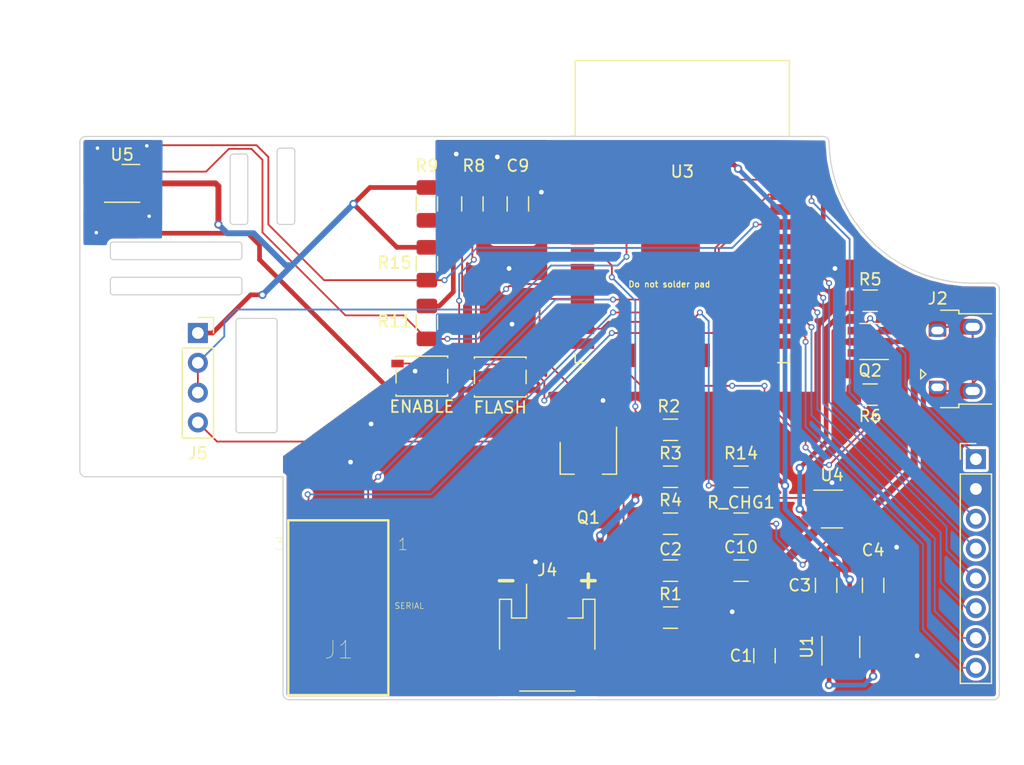
<source format=kicad_pcb>
(kicad_pcb (version 20171130) (host pcbnew "(5.1.6)-1")
  (layers (0 Top signal) (31 Bottom signal) (34 B.Paste user) (35 F.Paste user) (36 B.SilkS user) (37 F.SilkS user) (38 B.Mask user) (39 F.Mask user) (44 Edge.Cuts user))
  (net 0 "")
  (net 1 +BATT)
  (net 2 +3V3)
  (net 3 /RXD)
  (net 4 /TXD)
  (net 5 /eDIN)
  (net 6 /eCLK)
  (net 7 /eCS)
  (net 8 /eDC)
  (net 9 /eRST)
  (net 10 /eBUSY)
  (net 11 /ADC_BATT)
  (net 12 /CHG_STAT)
  (net 13 "Net-(J2-Pad6)")
  (net 14 VBUS)
  (net 15 /RADIO)
  (net 16 GND)
  (net 17 /SCL)
  (net 18 /SDA)
  (net 19 "Net-(R9-Pad1)")
  (net 20 "Net-(R8-Pad1)")
  (net 21 /RADIO_ENABLE)
  (net 22 "Net-(R_CHG1-Pad2)")
  (net 23 "Net-(J5-Pad4)")
  (net 24 GNDA)
  (net 25 "Net-(C2-Pad1)")
  (net 26 "Net-(J3-Pad1)")
  (net 27 "Net-(Q2-Pad3)")
  (net 28 /DISPLAY_ENABLE)
  (module Package_TO_SOT_SMD:TSOT-23-6 (layer Top) (at 177 77 180)
    (fp_text reference Q2 (at 0 -2.45 180) (layer F.SilkS))
    (fp_text value DMC2053UVT)
    (pad 6 smd rect (at 1.31 -0.95 180) (size 1.22 0.65) (layers Top F.Paste F.Mask) (net 27 "Net-(Q2-Pad3)"))
    (pad 5 smd rect (at 1.31 0 180) (size 1.22 0.65) (layers Top F.Paste F.Mask) (net 16 GND))
    (pad 4 smd rect (at 1.31 0.95 180) (size 1.22 0.65) (layers Top F.Paste F.Mask) (net 26 "Net-(J3-Pad1)"))
    (pad 3 smd rect (at -1.31 0.95 180) (size 1.22 0.65) (layers Top F.Paste F.Mask) (net 27 "Net-(Q2-Pad3)"))
    (pad 2 smd rect (at -1.31 0 180) (size 1.22 0.65) (layers Top F.Paste F.Mask) (net 1 +BATT))
    (pad 1 smd rect (at -1.31 -0.95 180) (size 1.22 0.65) (layers Top F.Paste F.Mask) (net 28 /DISPLAY_ENABLE))
  )
  (module RF_Module:ESP32-WROOM-32 (layer Top) (at 161 68.9)
    (fp_text reference U3 (at 0 -6.4 180) (layer F.SilkS))
    (fp_text value ESP32-WROOM-32D)
    (pad 38 smd rect (at 8.5 -8.255) (size 2 0.9) (layers Top F.Paste F.Mask) (net 16 GND))
    (pad 37 smd rect (at 8.5 -6.985) (size 2 0.9) (layers Top F.Paste F.Mask) (net 5 /eDIN))
    (pad 36 smd rect (at 8.5 -5.715) (size 2 0.9) (layers Top F.Paste F.Mask) (net 17 /SCL))
    (pad 35 smd rect (at 8.5 -4.445) (size 2 0.9) (layers Top F.Paste F.Mask) (net 4 /TXD))
    (pad 34 smd rect (at 8.5 -3.175) (size 2 0.9) (layers Top F.Paste F.Mask) (net 3 /RXD))
    (pad 33 smd rect (at 8.5 -1.905) (size 2 0.9) (layers Top F.Paste F.Mask) (net 18 /SDA))
    (pad 32 smd rect (at 8.5 -0.635) (size 2 0.9) (layers Top F.Paste F.Mask))
    (pad 31 smd rect (at 8.5 0.635) (size 2 0.9) (layers Top F.Paste F.Mask))
    (pad 30 smd rect (at 8.5 1.905) (size 2 0.9) (layers Top F.Paste F.Mask) (net 6 /eCLK))
    (pad 29 smd rect (at 8.5 3.175) (size 2 0.9) (layers Top F.Paste F.Mask) (net 7 /eCS))
    (pad 28 smd rect (at 8.5 4.445) (size 2 0.9) (layers Top F.Paste F.Mask) (net 8 /eDC))
    (pad 27 smd rect (at 8.5 5.715) (size 2 0.9) (layers Top F.Paste F.Mask) (net 9 /eRST))
    (pad 26 smd rect (at 8.5 6.985) (size 2 0.9) (layers Top F.Paste F.Mask) (net 10 /eBUSY))
    (pad 25 smd rect (at 8.5 8.255) (size 2 0.9) (layers Top F.Paste F.Mask) (net 19 "Net-(R9-Pad1)"))
    (pad 24 smd rect (at 5.715 9.255 90) (size 2 0.9) (layers Top F.Paste F.Mask))
    (pad 23 smd rect (at 4.445 9.255 90) (size 2 0.9) (layers Top F.Paste F.Mask))
    (pad 22 smd rect (at 3.175 9.255 90) (size 2 0.9) (layers Top F.Paste F.Mask))
    (pad 21 smd rect (at 1.905 9.255 90) (size 2 0.9) (layers Top F.Paste F.Mask))
    (pad 20 smd rect (at 0.635 9.255 90) (size 2 0.9) (layers Top F.Paste F.Mask))
    (pad 19 smd rect (at -0.635 9.255 90) (size 2 0.9) (layers Top F.Paste F.Mask))
    (pad 18 smd rect (at -1.905 9.255 90) (size 2 0.9) (layers Top F.Paste F.Mask))
    (pad 17 smd rect (at -3.175 9.255 90) (size 2 0.9) (layers Top F.Paste F.Mask))
    (pad 16 smd rect (at -4.445 9.255 90) (size 2 0.9) (layers Top F.Paste F.Mask) (net 28 /DISPLAY_ENABLE))
    (pad 15 smd rect (at -5.715 9.255 90) (size 2 0.9) (layers Top F.Paste F.Mask) (net 16 GND))
    (pad 14 smd rect (at -8.5 8.255) (size 2 0.9) (layers Top F.Paste F.Mask))
    (pad 13 smd rect (at -8.5 6.985) (size 2 0.9) (layers Top F.Paste F.Mask) (net 12 /CHG_STAT))
    (pad 12 smd rect (at -8.5 5.715) (size 2 0.9) (layers Top F.Paste F.Mask))
    (pad 11 smd rect (at -8.5 4.445) (size 2 0.9) (layers Top F.Paste F.Mask) (net 21 /RADIO_ENABLE))
    (pad 10 smd rect (at -8.5 3.175) (size 2 0.9) (layers Top F.Paste F.Mask) (net 15 /RADIO))
    (pad 9 smd rect (at -8.5 1.905) (size 2 0.9) (layers Top F.Paste F.Mask))
    (pad 8 smd rect (at -8.5 0.635) (size 2 0.9) (layers Top F.Paste F.Mask) (net 11 /ADC_BATT))
    (pad 7 smd rect (at -8.5 -0.635) (size 2 0.9) (layers Top F.Paste F.Mask))
    (pad 6 smd rect (at -8.5 -1.905) (size 2 0.9) (layers Top F.Paste F.Mask))
    (pad 5 smd rect (at -8.5 -3.175) (size 2 0.9) (layers Top F.Paste F.Mask))
    (pad 4 smd rect (at -8.5 -4.445) (size 2 0.9) (layers Top F.Paste F.Mask))
    (pad 3 smd rect (at -8.5 -5.715) (size 2 0.9) (layers Top F.Paste F.Mask) (net 20 "Net-(R8-Pad1)"))
    (pad 2 smd rect (at -8.5 -6.985) (size 2 0.9) (layers Top F.Paste F.Mask) (net 2 +3V3))
    (pad 1 smd rect (at -8.5 -8.255) (size 2 0.9) (layers Top F.Paste F.Mask) (net 16 GND))
    (pad 39 smd rect (at -1 -0.755) (size 5 5) (layers Top F.Paste F.Mask) (net 16 GND))
  )
  (module Resistor_SMD:R_1206_3216Metric (layer Top) (at 177 81.5 180)
    (fp_text reference R6 (at 0 -1.82 180) (layer F.SilkS))
    (fp_text value 150k)
    (pad 2 smd roundrect (at 1.4 0 180) (size 1.25 1.75) (layers Top F.Paste F.Mask) (roundrect_rratio 0.2) (net 16 GND))
    (pad 1 smd roundrect (at -1.4 0 180) (size 1.25 1.75) (layers Top F.Paste F.Mask) (roundrect_rratio 0.2) (net 28 /DISPLAY_ENABLE))
  )
  (module Resistor_SMD:R_1206_3216Metric (layer Top) (at 177 73.5)
    (fp_text reference R5 (at 0 -1.82) (layer F.SilkS))
    (fp_text value 10k)
    (pad 2 smd roundrect (at 1.4 0) (size 1.25 1.75) (layers Top F.Paste F.Mask) (roundrect_rratio 0.2) (net 27 "Net-(Q2-Pad3)"))
    (pad 1 smd roundrect (at -1.4 0) (size 1.25 1.75) (layers Top F.Paste F.Mask) (roundrect_rratio 0.2) (net 1 +BATT))
  )
  (module Capacitor_SMD:C_1206_3216Metric (layer Top) (at 177.25 97.75 90)
    (fp_text reference C4 (at 3 0 180) (layer F.SilkS))
    (fp_text value 4.7uF)
    (pad 1 smd roundrect (at -1.4 0 90) (size 1.25 1.75) (layers Top F.Paste F.Mask) (roundrect_rratio 0.2) (net 16 GND))
    (pad 2 smd roundrect (at 1.4 0 90) (size 1.25 1.75) (layers Top F.Paste F.Mask) (roundrect_rratio 0.2) (net 14 VBUS))
  )
  (module Package_TO_SOT_SMD:SOT-23-5 (layer Top) (at 174.5 103 90)
    (fp_text reference U1 (at 0 -2.9 90) (layer F.SilkS))
    (fp_text value TLV75533PDBV)
    (pad 1 smd rect (at -1.1 -0.95 90) (size 1.06 0.65) (layers Top F.Paste F.Mask) (net 1 +BATT))
    (pad 2 smd rect (at -1.1 0 90) (size 1.06 0.65) (layers Top F.Paste F.Mask) (net 16 GND))
    (pad 3 smd rect (at -1.1 0.95 90) (size 1.06 0.65) (layers Top F.Paste F.Mask) (net 1 +BATT))
    (pad 4 smd rect (at 1.1 0.95 90) (size 1.06 0.65) (layers Top F.Paste F.Mask))
    (pad 5 smd rect (at 1.1 -0.95 90) (size 1.06 0.65) (layers Top F.Paste F.Mask) (net 2 +3V3))
  )
  (module !Custom:SAMTEC-TSM-103-01-X-SH (layer Top) (at 131.71 99.533 180)
    (fp_text reference J1 (at -0.04 -3.717 180) (layer F.SilkS) (effects (font (size 1.5 1.5) (thickness 0.05))))
    (fp_text value SERIAL (at -6.04 0.033 180) (layer F.SilkS) (effects (font (size 0.5 0.5) (thickness 0.05))))
    (fp_text user 3 (at 5 5.3 180) (layer F.SilkS) (effects (font (thickness 0.05))))
    (fp_text user 1 (at -5.496 5.283 180) (layer F.SilkS) (effects (font (thickness 0.05))))
    (pad 3 smd rect (at 2.54 5.283 180) (size 1.27 3.18) (layers Top F.Paste F.Mask) (net 3 /RXD))
    (pad 2 smd rect (at 0 5.283 180) (size 1.27 3.18) (layers Top F.Paste F.Mask) (net 16 GND))
    (pad 1 smd rect (at -2.54 5.283 180) (size 1.27 3.18) (layers Top F.Paste F.Mask) (net 4 /TXD))
  )
  (module Capacitor_SMD:C_1206_3216Metric (layer Top) (at 173.25 97.75 90)
    (fp_text reference C3 (at 0 -2.25 180) (layer F.SilkS))
    (fp_text value 1uF)
    (pad 2 smd roundrect (at 1.4 0 90) (size 1.25 1.75) (layers Top F.Paste F.Mask) (roundrect_rratio 0.2) (net 16 GND))
    (pad 1 smd roundrect (at -1.4 0 90) (size 1.25 1.75) (layers Top F.Paste F.Mask) (roundrect_rratio 0.2) (net 2 +3V3))
  )
  (module Connector_PinSocket_2.54mm:PinSocket_1x04_P2.54mm_Vertical (layer Top) (at 119.75 76.25)
    (fp_text reference J5 (at 0 10.25) (layer F.SilkS))
    (fp_text value RECEIVER)
    (pad 1 thru_hole rect (at 0 0) (size 1.7 1.7) (drill 1) (layers *.Cu *.Mask) (net 2 +3V3))
    (pad 2 thru_hole oval (at 0 2.54) (size 1.7 1.7) (drill 1) (layers *.Cu *.Mask) (net 15 /RADIO))
    (pad 3 thru_hole oval (at 0 5.08) (size 1.7 1.7) (drill 1) (layers *.Cu *.Mask) (net 15 /RADIO))
    (pad 4 thru_hole oval (at 0 7.62) (size 1.7 1.7) (drill 1) (layers *.Cu *.Mask) (net 23 "Net-(J5-Pad4)"))
  )
  (module Package_TO_SOT_SMD:SOT-89-3_Handsoldering (layer Top) (at 153 86.5 270)
    (fp_text reference Q1 (at 5.48 0) (layer F.SilkS))
    (fp_text value ZXMN3A01Z)
    (pad 1 smd rect (at -1.98 -1.5 180) (size 1 2.5) (layers Top F.Paste F.Mask) (net 21 /RADIO_ENABLE))
    (pad 2 smd rect (at -1.98 0 180) (size 1 2.5) (layers Top F.Paste F.Mask) (net 23 "Net-(J5-Pad4)"))
    (pad 3 smd rect (at -1.98 1.5 180) (size 1 2.5) (layers Top F.Paste F.Mask) (net 16 GND))
    (pad 2 smd rect (at 1.98 0 180) (size 2 4) (layers Top F.Paste F.Mask) (net 23 "Net-(J5-Pad4)"))
    (pad 2 smd trapezoid (at -0.37 0) (size 1.5 0.75) (rect_delta 0 0.5) (layers Top F.Paste F.Mask) (net 23 "Net-(J5-Pad4)"))
  )
  (module Resistor_SMD:R_1206_3216Metric (layer Top) (at 166 92.5)
    (fp_text reference R_CHG1 (at 0 -1.82) (layer F.SilkS))
    (fp_text value 2k2)
    (pad 1 smd roundrect (at -1.4 0) (size 1.25 1.75) (layers Top F.Paste F.Mask) (roundrect_rratio 0.2) (net 16 GND))
    (pad 2 smd roundrect (at 1.4 0) (size 1.25 1.75) (layers Top F.Paste F.Mask) (roundrect_rratio 0.2) (net 22 "Net-(R_CHG1-Pad2)"))
  )
  (module Connector_PinHeader_2.54mm:PinHeader_1x08_P2.54mm_Vertical (layer Top) (at 186 87)
    (fp_text reference J3 hide)
    (fp_text value CASTELLATION)
    (pad 1 thru_hole rect (at 0 0) (size 1.7 1.7) (drill 1) (layers *.Cu *.Mask) (net 26 "Net-(J3-Pad1)"))
    (pad 2 thru_hole oval (at 0 2.54) (size 1.7 1.7) (drill 1) (layers *.Cu *.Mask) (net 16 GND))
    (pad 3 thru_hole oval (at 0 5.08) (size 1.7 1.7) (drill 1) (layers *.Cu *.Mask) (net 5 /eDIN))
    (pad 4 thru_hole oval (at 0 7.62) (size 1.7 1.7) (drill 1) (layers *.Cu *.Mask) (net 6 /eCLK))
    (pad 5 thru_hole oval (at 0 10.16) (size 1.7 1.7) (drill 1) (layers *.Cu *.Mask) (net 7 /eCS))
    (pad 6 thru_hole oval (at 0 12.7) (size 1.7 1.7) (drill 1) (layers *.Cu *.Mask) (net 8 /eDC))
    (pad 7 thru_hole oval (at 0 15.24) (size 1.7 1.7) (drill 1) (layers *.Cu *.Mask) (net 9 /eRST))
    (pad 8 thru_hole oval (at 0 17.78) (size 1.7 1.7) (drill 1) (layers *.Cu *.Mask) (net 10 /eBUSY))
  )
  (module Capacitor_SMD:C_1206_3216Metric (layer Top) (at 168 103.75 270)
    (fp_text reference C1 (at 0 2) (layer F.SilkS))
    (fp_text value 1uF)
    (pad 2 smd roundrect (at 1.4 0 270) (size 1.25 1.75) (layers Top F.Paste F.Mask) (roundrect_rratio 0.2) (net 1 +BATT))
    (pad 1 smd roundrect (at -1.4 0 270) (size 1.25 1.75) (layers Top F.Paste F.Mask) (roundrect_rratio 0.2) (net 16 GND))
  )
  (module Capacitor_SMD:C_1206_3216Metric (layer Top) (at 160 96.5)
    (fp_text reference C2 (at 0 -1.82) (layer F.SilkS))
    (fp_text value 0.1uF)
    (pad 1 smd roundrect (at -1.4 0) (size 1.25 1.75) (layers Top F.Paste F.Mask) (roundrect_rratio 0.2) (net 25 "Net-(C2-Pad1)"))
    (pad 2 smd roundrect (at 1.4 0) (size 1.25 1.75) (layers Top F.Paste F.Mask) (roundrect_rratio 0.2) (net 16 GND))
  )
  (module Capacitor_SMD:C_1206_3216Metric (layer Top) (at 147 65.25 90)
    (fp_text reference C9 (at 3.25 0 180) (layer F.SilkS))
    (fp_text value 10uF)
    (pad 1 smd roundrect (at -1.4 0 90) (size 1.25 1.75) (layers Top F.Paste F.Mask) (roundrect_rratio 0.2) (net 16 GND))
    (pad 2 smd roundrect (at 1.4 0 90) (size 1.25 1.75) (layers Top F.Paste F.Mask) (roundrect_rratio 0.2) (net 2 +3V3))
  )
  (module Capacitor_SMD:C_1206_3216Metric (layer Top) (at 166 96.5)
    (fp_text reference C10 (at 0 -2 180) (layer F.SilkS))
    (fp_text value 4.7uF)
    (pad 1 smd roundrect (at -1.4 0) (size 1.25 1.75) (layers Top F.Paste F.Mask) (roundrect_rratio 0.2) (net 16 GND))
    (pad 2 smd roundrect (at 1.4 0) (size 1.25 1.75) (layers Top F.Paste F.Mask) (roundrect_rratio 0.2) (net 1 +BATT))
  )
  (module Resistor_SMD:R_1206_3216Metric (layer Top) (at 160 100.5)
    (fp_text reference R1 (at 0 -2 -180) (layer F.SilkS))
    (fp_text value 150k)
    (pad 2 smd roundrect (at 1.4 0) (size 1.25 1.75) (layers Top F.Paste F.Mask) (roundrect_rratio 0.2) (net 16 GND))
    (pad 1 smd roundrect (at -1.4 0) (size 1.25 1.75) (layers Top F.Paste F.Mask) (roundrect_rratio 0.2) (net 21 /RADIO_ENABLE))
  )
  (module Resistor_SMD:R_1206_3216Metric (layer Top) (at 160 84.5 180)
    (fp_text reference R2 (at 0.15 2) (layer F.SilkS))
    (fp_text value 10k)
    (pad 1 smd roundrect (at -1.4 0 180) (size 1.25 1.75) (layers Top F.Paste F.Mask) (roundrect_rratio 0.2) (net 25 "Net-(C2-Pad1)"))
    (pad 2 smd roundrect (at 1.4 0 180) (size 1.25 1.75) (layers Top F.Paste F.Mask) (roundrect_rratio 0.2) (net 11 /ADC_BATT))
  )
  (module Resistor_SMD:R_1206_3216Metric (layer Top) (at 160 88.5 180)
    (fp_text reference R3 (at 0 2 180) (layer F.SilkS))
    (fp_text value 470k)
    (pad 1 smd roundrect (at -1.4 0 180) (size 1.25 1.75) (layers Top F.Paste F.Mask) (roundrect_rratio 0.2) (net 25 "Net-(C2-Pad1)"))
    (pad 2 smd roundrect (at 1.4 0 180) (size 1.25 1.75) (layers Top F.Paste F.Mask) (roundrect_rratio 0.2) (net 1 +BATT))
  )
  (module Resistor_SMD:R_1206_3216Metric (layer Top) (at 160 92.5)
    (fp_text reference R4 (at 0 -2) (layer F.SilkS))
    (fp_text value 150k)
    (pad 2 smd roundrect (at 1.4 0) (size 1.25 1.75) (layers Top F.Paste F.Mask) (roundrect_rratio 0.2) (net 16 GND))
    (pad 1 smd roundrect (at -1.4 0) (size 1.25 1.75) (layers Top F.Paste F.Mask) (roundrect_rratio 0.2) (net 25 "Net-(C2-Pad1)"))
  )
  (module Resistor_SMD:R_1206_3216Metric (layer Top) (at 143.125 65.25 90)
    (fp_text reference R8 (at 3.25 0.125 180) (layer F.SilkS))
    (fp_text value 100k)
    (pad 2 smd roundrect (at 1.4 0 90) (size 1.25 1.75) (layers Top F.Paste F.Mask) (roundrect_rratio 0.2) (net 2 +3V3))
    (pad 1 smd roundrect (at -1.4 0 90) (size 1.25 1.75) (layers Top F.Paste F.Mask) (roundrect_rratio 0.2) (net 20 "Net-(R8-Pad1)"))
  )
  (module Resistor_SMD:R_1206_3216Metric (layer Top) (at 139.25 65.25 90)
    (fp_text reference R9 (at 3.25 0 180) (layer F.SilkS))
    (fp_text value 100k)
    (pad 2 smd roundrect (at 1.4 0 90) (size 1.25 1.75) (layers Top F.Paste F.Mask) (roundrect_rratio 0.2) (net 2 +3V3))
    (pad 1 smd roundrect (at -1.4 0 90) (size 1.25 1.75) (layers Top F.Paste F.Mask) (roundrect_rratio 0.2) (net 19 "Net-(R9-Pad1)"))
  )
  (module Resistor_SMD:R_1206_3216Metric (layer Top) (at 166 88.5)
    (fp_text reference R14 (at 0 -2) (layer F.SilkS))
    (fp_text value 150k)
    (pad 2 smd roundrect (at 1.4 0) (size 1.25 1.75) (layers Top F.Paste F.Mask) (roundrect_rratio 0.2) (net 2 +3V3))
    (pad 1 smd roundrect (at -1.4 0) (size 1.25 1.75) (layers Top F.Paste F.Mask) (roundrect_rratio 0.2) (net 12 /CHG_STAT))
  )
  (module Package_TO_SOT_SMD:SOT-23-5 (layer Top) (at 173.75 91.25)
    (fp_text reference U4 (at 0 -2.9) (layer F.SilkS))
    (fp_text value MCP73831-2-OT)
    (pad 1 smd rect (at -1.1 -0.95) (size 1.06 0.65) (layers Top F.Paste F.Mask) (net 12 /CHG_STAT))
    (pad 2 smd rect (at -1.1 0) (size 1.06 0.65) (layers Top F.Paste F.Mask) (net 16 GND))
    (pad 3 smd rect (at -1.1 0.95) (size 1.06 0.65) (layers Top F.Paste F.Mask) (net 1 +BATT))
    (pad 4 smd rect (at 1.1 0.95) (size 1.06 0.65) (layers Top F.Paste F.Mask) (net 14 VBUS))
    (pad 5 smd rect (at 1.1 -0.95) (size 1.06 0.65) (layers Top F.Paste F.Mask) (net 22 "Net-(R_CHG1-Pad2)"))
  )
  (module Connector_USB:USB_Micro-B_Amphenol_10103594-0001LF_Horizontal (layer Top) (at 184.615 78.435 90)
    (fp_text reference J2 (at 5.125 -1.865 180) (layer F.SilkS))
    (fp_text value USB_B_Micro)
    (pad 6 smd rect (at 0.935 1.385 180) (size 2.5 1.43) (layers Top F.Paste F.Mask) (net 13 "Net-(J2-Pad6)"))
    (pad 6 smd rect (at -0.985 1.385 180) (size 2.5 1.43) (layers Top F.Paste F.Mask) (net 13 "Net-(J2-Pad6)"))
    (pad 6 thru_hole oval (at 2.705 1.115 180) (size 1.7 1.35) (drill oval 1.2 0.7) (layers *.Cu *.Mask) (net 13 "Net-(J2-Pad6)"))
    (pad 6 thru_hole oval (at -2.755 1.115 180) (size 1.7 1.35) (drill oval 1.2 0.7) (layers *.Cu *.Mask) (net 13 "Net-(J2-Pad6)"))
    (pad 6 thru_hole oval (at 2.395 -1.885 180) (size 1.5 1.1) (drill oval 1.05 0.65) (layers *.Cu *.Mask) (net 13 "Net-(J2-Pad6)"))
    (pad 6 thru_hole oval (at -2.445 -1.885 180) (size 1.5 1.1) (drill oval 1.05 0.65) (layers *.Cu *.Mask) (net 13 "Net-(J2-Pad6)"))
    (pad 5 smd rect (at 1.275 -1.765 180) (size 1.65 0.4) (layers Top F.Paste F.Mask) (net 16 GND))
    (pad 4 smd rect (at 0.625 -1.765 180) (size 1.65 0.4) (layers Top F.Paste F.Mask))
    (pad 3 smd rect (at -0.025 -1.765 180) (size 1.65 0.4) (layers Top F.Paste F.Mask))
    (pad 2 smd rect (at -0.675 -1.765 180) (size 1.65 0.4) (layers Top F.Paste F.Mask))
    (pad 1 smd rect (at -1.325 -1.765 180) (size 1.65 0.4) (layers Top F.Paste F.Mask) (net 14 VBUS))
    (pad 6 smd rect (at 2.875 -1.885 90) (size 2 1.5) (layers Top F.Paste F.Mask) (net 13 "Net-(J2-Pad6)"))
    (pad 6 smd rect (at -2.875 -1.865 90) (size 2 1.5) (layers Top F.Paste F.Mask) (net 13 "Net-(J2-Pad6)"))
    (pad 6 smd rect (at 2.975 -0.565 90) (size 1.825 0.7) (layers Top F.Paste F.Mask) (net 13 "Net-(J2-Pad6)"))
    (pad 6 smd rect (at -2.975 -0.565 90) (size 1.825 0.7) (layers Top F.Paste F.Mask) (net 13 "Net-(J2-Pad6)"))
    (pad 6 smd rect (at -2.755 0.185 90) (size 1.35 2) (layers Top F.Paste F.Mask) (net 13 "Net-(J2-Pad6)"))
    (pad 6 smd rect (at 2.725 0.185 90) (size 1.35 2) (layers Top F.Paste F.Mask) (net 13 "Net-(J2-Pad6)"))
  )
  (module Button_Switch_SMD:SW_SPST_PTS810 (layer Top) (at 138.825 79.925)
    (fp_text reference SW1 hide)
    (fp_text value ENABLE (at 0 2.6) (layer F.SilkS))
    (pad 1 smd rect (at -2.075 -1.075) (size 1.05 0.65) (layers Top F.Paste F.Mask) (net 20 "Net-(R8-Pad1)"))
    (pad 1 smd rect (at 2.075 -1.075) (size 1.05 0.65) (layers Top F.Paste F.Mask) (net 20 "Net-(R8-Pad1)"))
    (pad 2 smd rect (at -2.075 1.075) (size 1.05 0.65) (layers Top F.Paste F.Mask) (net 16 GND))
    (pad 2 smd rect (at 2.075 1.075) (size 1.05 0.65) (layers Top F.Paste F.Mask) (net 16 GND))
  )
  (module Button_Switch_SMD:SW_SPST_PTS810 (layer Top) (at 145.5 80)
    (fp_text reference SW2 hide)
    (fp_text value FLASH (at 0 2.6) (layer F.SilkS))
    (pad 2 smd rect (at 2.075 1.075) (size 1.05 0.65) (layers Top F.Paste F.Mask) (net 16 GND))
    (pad 2 smd rect (at -2.075 1.075) (size 1.05 0.65) (layers Top F.Paste F.Mask) (net 16 GND))
    (pad 1 smd rect (at 2.075 -1.075) (size 1.05 0.65) (layers Top F.Paste F.Mask) (net 19 "Net-(R9-Pad1)"))
    (pad 1 smd rect (at -2.075 -1.075) (size 1.05 0.65) (layers Top F.Paste F.Mask) (net 19 "Net-(R9-Pad1)"))
  )
  (module Package_DFN_QFN:DFN-6-1EP_3x3mm_P1mm_EP1.5x2.4mm (layer Top) (at 113.3 63.5)
    (fp_text reference U5 (at 0 -2.45) (layer F.SilkS))
    (fp_text value Si7021-A20)
    (pad 6 smd roundrect (at 1.45 -1) (size 0.8 0.4) (layers Top F.Paste F.Mask) (net 17 /SCL))
    (pad 5 smd roundrect (at 1.45 0) (size 0.8 0.4) (layers Top F.Paste F.Mask) (net 2 +3V3))
    (pad 4 smd roundrect (at 1.45 1) (size 0.8 0.4) (layers Top F.Paste F.Mask))
    (pad 3 smd roundrect (at -1.45 1) (size 0.8 0.4) (layers Top F.Paste F.Mask))
    (pad 2 smd roundrect (at -1.45 0) (size 0.8 0.4) (layers Top F.Paste F.Mask) (net 16 GND))
    (pad 1 smd roundrect (at -1.45 -1) (size 0.8 0.4) (layers Top F.Paste F.Mask) (net 18 /SDA))
    (pad 7 smd roundrect (at 0 0) (size 1.5 2.4) (layers Top F.Mask) (roundrect_rratio 0.167) (net 24 GNDA))
  )
  (module Resistor_SMD:R_1206_3216Metric (layer Top) (at 139.25 75.35 270)
    (fp_text reference R11 (at -0.1 2.75) (layer F.SilkS))
    (fp_text value 10k)
    (pad 2 smd roundrect (at 1.4 0 270) (size 1.25 1.75) (layers Top F.Paste F.Mask) (roundrect_rratio 0.2) (net 17 /SCL))
    (pad 1 smd roundrect (at -1.4 0 270) (size 1.25 1.75) (layers Top F.Paste F.Mask) (roundrect_rratio 0.2) (net 2 +3V3))
  )
  (module Resistor_SMD:R_1206_3216Metric (layer Top) (at 139.25 70.35 270)
    (fp_text reference R15 (at -0.1 2.75) (layer F.SilkS))
    (fp_text value 10k)
    (pad 1 smd roundrect (at -1.4 0 270) (size 1.25 1.75) (layers Top F.Paste F.Mask) (roundrect_rratio 0.2) (net 2 +3V3))
    (pad 2 smd roundrect (at 1.4 0 270) (size 1.25 1.75) (layers Top F.Paste F.Mask) (roundrect_rratio 0.2) (net 18 /SDA))
  )
  (module Connector_JST:JST_PH_S2B-PH-SM4-TB_1x02-1MP_P2.00mm_Horizontal (layer Top) (at 149.5 102.25)
    (fp_text reference J4 (at 0 -5.8) (layer F.SilkS))
    (fp_text value 1S_BATTERY)
    (pad MP smd roundrect (at 3.35 2.9) (size 1.5 3.4) (layers Top F.Paste F.Mask) (roundrect_rratio 0.166667))
    (pad MP smd roundrect (at -3.35 2.9) (size 1.5 3.4) (layers Top F.Paste F.Mask) (roundrect_rratio 0.166667))
    (pad 2 smd roundrect (at 1 -2.85) (size 1 3.5) (layers Top F.Paste F.Mask) (net 1 +BATT))
    (pad 1 smd roundrect (at -1 -2.85) (size 1 3.5) (layers Top F.Paste F.Mask) (net 16 GND))
  )
  (gr_arc (start 126.25 84.5) (end 126.25 84.75) (angle -90) (layer Edge.Cuts) (width 0.1))
  (gr_arc (start 123.25 84.5) (end 123 84.5) (angle -90) (layer Edge.Cuts) (width 0.1))
  (gr_line (start 123.25 84.75) (end 126.25 84.75) (layer Edge.Cuts) (width 0.1))
  (gr_arc (start 123.25 75.25) (end 123.25 75) (angle -90) (layer Edge.Cuts) (width 0.1))
  (gr_line (start 126.5 84.5) (end 126.5 75.25) (layer Edge.Cuts) (width 0.1))
  (gr_line (start 123 75.25) (end 123 84.5) (layer Edge.Cuts) (width 0.1))
  (gr_arc (start 126.25 75.25) (end 126.5 75.25) (angle -90) (layer Edge.Cuts) (width 0.1))
  (gr_line (start 126.25 75) (end 123.25 75) (layer Edge.Cuts) (width 0.1))
  (gr_arc (start 123.25 69.75) (end 123.25 70) (angle -90) (layer Edge.Cuts) (width 0.1))
  (gr_arc (start 123.25 72.75) (end 123.25 73) (angle -90) (layer Edge.Cuts) (width 0.1))
  (gr_arc (start 112.55 72.75) (end 112.3 72.75) (angle -90) (layer Edge.Cuts) (width 0.1))
  (gr_arc (start 112.55 69.75) (end 112.3 69.75) (angle -90) (layer Edge.Cuts) (width 0.1))
  (gr_arc (start 112.55 68.75) (end 112.55 68.5) (angle -90) (layer Edge.Cuts) (width 0.1))
  (gr_arc (start 112.55 71.75) (end 112.55 71.5) (angle -90) (layer Edge.Cuts) (width 0.1))
  (gr_arc (start 123.25 71.75) (end 123.5 71.75) (angle -90) (layer Edge.Cuts) (width 0.1))
  (gr_arc (start 123.25 68.75) (end 123.5 68.75) (angle -90) (layer Edge.Cuts) (width 0.1))
  (gr_arc (start 126.75 60.75) (end 126.75 60.5) (angle -90) (layer Edge.Cuts) (width 0.1))
  (gr_arc (start 126.75 66.75) (end 126.5 66.75) (angle -90) (layer Edge.Cuts) (width 0.1))
  (gr_arc (start 127.75 66.75) (end 127.75 67) (angle -90) (layer Edge.Cuts) (width 0.1))
  (gr_arc (start 123.75 66.75) (end 123.75 67) (angle -90) (layer Edge.Cuts) (width 0.1))
  (gr_arc (start 122.75 66.75) (end 122.5 66.75) (angle -90) (layer Edge.Cuts) (width 0.1))
  (gr_arc (start 122.75 61.25) (end 122.75 61) (angle -90) (layer Edge.Cuts) (width 0.1))
  (gr_arc (start 123.75 61.25) (end 124 61.25) (angle -90) (layer Edge.Cuts) (width 0.1))
  (gr_arc (start 127.75 60.75) (end 128 60.75) (angle -90) (layer Edge.Cuts) (width 0.1))
  (gr_arc (start 173 60) (end 173.5 60) (angle -90) (layer Edge.Cuts) (width 0.1))
  (gr_arc (start 187.5 72.5) (end 188 72.5) (angle -90) (layer Edge.Cuts) (width 0.1))
  (gr_arc (start 187.5 107) (end 187.5 107.5) (angle -90) (layer Edge.Cuts) (width 0.1))
  (gr_arc (start 127.5 107) (end 127 107) (angle -90) (layer Edge.Cuts) (width 0.1))
  (gr_arc (start 110.2 60) (end 110.2 59.5) (angle -90) (layer Edge.Cuts) (width 0.1))
  (gr_arc (start 110.2 88) (end 109.7 88) (angle -90) (layer Edge.Cuts) (width 0.1))
  (gr_line (start 112.3 71.75) (end 112.3 72.75) (layer Edge.Cuts) (width 0.1))
  (gr_line (start 112.55 73) (end 123.25 73) (layer Edge.Cuts) (width 0.1))
  (gr_line (start 123.25 71.5) (end 112.55 71.5) (layer Edge.Cuts) (width 0.1))
  (gr_line (start 123.5 72.75) (end 123.5 71.75) (layer Edge.Cuts) (width 0.1))
  (gr_line (start 126.75 67) (end 127.75 67) (layer Edge.Cuts) (width 0.1))
  (gr_line (start 126.5 60.75) (end 126.5 66.75) (layer Edge.Cuts) (width 0.1))
  (gr_line (start 127.75 60.5) (end 126.75 60.5) (layer Edge.Cuts) (width 0.1))
  (gr_line (start 128 66.75) (end 128 60.75) (layer Edge.Cuts) (width 0.1))
  (gr_line (start 123.75 61) (end 122.75 61) (layer Edge.Cuts) (width 0.1))
  (gr_line (start 124 66.75) (end 124 61.25) (layer Edge.Cuts) (width 0.1))
  (gr_line (start 122.75 67) (end 123.75 67) (layer Edge.Cuts) (width 0.1))
  (gr_line (start 122.5 61.25) (end 122.5 66.75) (layer Edge.Cuts) (width 0.1))
  (gr_line (start 123.25 68.5) (end 112.55 68.5) (layer Edge.Cuts) (width 0.1))
  (gr_line (start 123.5 69.75) (end 123.5 68.75) (layer Edge.Cuts) (width 0.1))
  (gr_line (start 112.55 70) (end 123.25 70) (layer Edge.Cuts) (width 0.1))
  (gr_line (start 112.3 68.75) (end 112.3 69.75) (layer Edge.Cuts) (width 0.1))
  (gr_text - (at 146 97.25) (layer F.SilkS) (effects (font (size 1.5 1.5) (thickness 0.3))))
  (gr_text + (at 153 97.25) (layer F.SilkS) (effects (font (size 1.5 1.5) (thickness 0.3))))
  (gr_text "Do not solder pad" (at 159.9 72.1) (layer F.SilkS) (effects (font (size 0.5 0.5) (thickness 0.1))))
  (gr_line (start 186.306359 71.989913) (end 187.5 72) (layer Edge.Cuts) (width 0.1))
  (gr_line (start 127 107) (end 127 88.5) (layer Edge.Cuts) (width 0.1))
  (gr_line (start 187.5 107.5) (end 127.5 107.5) (layer Edge.Cuts) (width 0.1))
  (gr_line (start 110.2 88.5) (end 127 88.5) (layer Edge.Cuts) (width 0.1))
  (gr_line (start 109.7 60) (end 109.7 88) (layer Edge.Cuts) (width 0.1))
  (gr_line (start 173 59.5) (end 110.2 59.5) (layer Edge.Cuts) (width 0.1))
  (gr_arc (start 185.75 59.75) (end 173.5 60) (angle -91.43341969) (layer Edge.Cuts) (width 0.1))
  (gr_line (start 188 107) (end 188 72.5) (layer Edge.Cuts) (width 0.1))
  (via (at 173.5 106.25) (size 0.7) (drill 0.4) (layers Top Bottom) (net 1))
  (segment (start 173.5 104.15) (end 173.55 104.1) (width 0.4) (layer Top) (net 1))
  (segment (start 173.5 106.25) (end 173.5 104.15) (width 0.4) (layer Top) (net 1))
  (segment (start 173.55 104.1) (end 172.975 104.1) (width 0.4) (layer Top) (net 1))
  (segment (start 172.295 104.78) (end 170.72 104.78) (width 0.4) (layer Top) (net 1))
  (segment (start 172.975 104.1) (end 172.295 104.78) (width 0.4) (layer Top) (net 1))
  (segment (start 169.4 96.5) (end 167.4 96.5) (width 0.8) (layer Top) (net 1))
  (segment (start 171 104.5) (end 170.72 104.78) (width 0.8) (layer Top) (net 1))
  (segment (start 171 98.1) (end 171 104.5) (width 0.8) (layer Top) (net 1))
  (segment (start 169.4 96.5) (end 171 98.1) (width 0.8) (layer Top) (net 1))
  (via (at 157 90.5) (size 0.7) (drill 0.4) (layers Top Bottom) (net 1))
  (segment (start 157 90.5) (end 154 93.5) (width 0.6) (layer Bottom) (net 1))
  (via (at 154 93.5) (size 0.7) (drill 0.4) (layers Top Bottom) (net 1))
  (segment (start 157 90.1) (end 157 90.5) (width 0.6) (layer Top) (net 1))
  (segment (start 158.6 88.5) (end 157 90.1) (width 0.6) (layer Top) (net 1))
  (segment (start 154.9 99.4) (end 155.5 100) (width 0.8) (layer Top) (net 1))
  (segment (start 150.5 99.4) (end 154.9 99.4) (width 0.8) (layer Top) (net 1))
  (segment (start 159.65 105.15) (end 168 105.15) (width 0.8) (layer Top) (net 1))
  (segment (start 155.5 101) (end 159.65 105.15) (width 0.8) (layer Top) (net 1))
  (segment (start 155.5 100) (end 155.5 101) (width 0.8) (layer Top) (net 1))
  (segment (start 176.29571 72.80429) (end 176.29571 72.70429) (width 0.4) (layer Top) (net 1))
  (segment (start 180.5 76.75) (end 180.25 77) (width 0.4) (layer Top) (net 1))
  (segment (start 180.25 77) (end 178.31 77) (width 0.4) (layer Top) (net 1))
  (segment (start 180.5 72.25) (end 180.5 76.75) (width 0.4) (layer Top) (net 1))
  (segment (start 180 71.75) (end 180.5 72.25) (width 0.4) (layer Top) (net 1))
  (segment (start 177.25 71.75) (end 180 71.75) (width 0.4) (layer Top) (net 1))
  (segment (start 176.29571 72.70429) (end 177.25 71.75) (width 0.4) (layer Top) (net 1))
  (segment (start 175.6 73.5) (end 176.29571 72.80429) (width 0.4) (layer Top) (net 1))
  (segment (start 172.65 92.775) (end 169.4 96.025) (width 0.8) (layer Top) (net 1))
  (segment (start 169.4 96.025) (end 169.4 96.5) (width 0.8) (layer Top) (net 1))
  (segment (start 172.65 92.2) (end 172.65 92.775) (width 0.8) (layer Top) (net 1))
  (via (at 171 91.25) (size 0.7) (drill 0.4) (layers Top Bottom) (net 1))
  (segment (start 173.25 75.85) (end 173.25 85.5) (width 0.4) (layer Top) (net 1))
  (segment (start 175.6 73.5) (end 173.25 75.85) (width 0.4) (layer Top) (net 1))
  (segment (start 173.25 85.5) (end 171 87.75) (width 0.4) (layer Top) (net 1))
  (segment (start 171 91.25) (end 171 87.75) (width 0.4) (layer Bottom) (net 1))
  (via (at 171 87.75) (size 0.7) (drill 0.4) (layers Top Bottom) (net 1))
  (segment (start 171.95 92.2) (end 171 91.25) (width 0.4) (layer Top) (net 1))
  (segment (start 172.65 92.2) (end 171.95 92.2) (width 0.4) (layer Top) (net 1))
  (segment (start 168.1 105.25) (end 168 105.15) (width 0.8) (layer Top) (net 1))
  (segment (start 170.72 104.78) (end 170.25 105.25) (width 0.8) (layer Top) (net 1))
  (segment (start 170.25 105.25) (end 168.1 105.25) (width 0.8) (layer Top) (net 1))
  (via (at 177.25 105.5) (size 0.7) (drill 0.4) (layers Top Bottom) (net 1))
  (segment (start 176.5 106.25) (end 177.25 105.5) (width 0.4) (layer Bottom) (net 1))
  (segment (start 173.5 106.25) (end 176.5 106.25) (width 0.4) (layer Bottom) (net 1))
  (segment (start 177.25 104.75) (end 177.25 105.5) (width 0.4) (layer Top) (net 1))
  (segment (start 175.45 104.1) (end 176.6 104.1) (width 0.4) (layer Top) (net 1))
  (segment (start 176.6 104.1) (end 177.25 104.75) (width 0.4) (layer Top) (net 1))
  (segment (start 155.5 99.803269) (end 155.5 100) (width 0.6) (layer Top) (net 1))
  (segment (start 154 93.5) (end 154 98.303269) (width 0.6) (layer Top) (net 1))
  (segment (start 154 98.303269) (end 155.5 99.803269) (width 0.6) (layer Top) (net 1))
  (segment (start 147 63.85) (end 143.125 63.85) (width 0.4) (layer Top) (net 2))
  (segment (start 143.125 63.85) (end 139.25 63.85) (width 0.4) (layer Top) (net 2))
  (segment (start 149.91 61.915) (end 152.5 61.915) (width 0.4) (layer Top) (net 2))
  (segment (start 147.975 63.85) (end 149.91 61.915) (width 0.4) (layer Top) (net 2))
  (segment (start 147 63.85) (end 147.975 63.85) (width 0.4) (layer Top) (net 2))
  (via (at 169.75 89.25) (size 0.7) (drill 0.4) (layers Top Bottom) (net 2))
  (via (at 165.75 62.25) (size 0.7) (drill 0.4) (layers Top Bottom) (net 2))
  (segment (start 169.75 89.25) (end 169.75 66.25) (width 0.4) (layer Bottom) (net 2))
  (segment (start 169.75 66.25) (end 165.75 62.25) (width 0.4) (layer Bottom) (net 2))
  (segment (start 165.415 61.915) (end 152.5 61.915) (width 0.4) (layer Top) (net 2))
  (segment (start 165.75 62.25) (end 165.415 61.915) (width 0.4) (layer Top) (net 2))
  (segment (start 173.55 99.45) (end 173.25 99.15) (width 0.4) (layer Top) (net 2))
  (segment (start 173.55 101.9) (end 173.55 99.45) (width 0.4) (layer Top) (net 2))
  (segment (start 169.75 89.25) (end 169 88.5) (width 0.4) (layer Top) (net 2))
  (segment (start 169 88.5) (end 167.4 88.5) (width 0.4) (layer Top) (net 2))
  (via (at 175.25 97.249988) (size 0.7) (drill 0.4) (layers Top Bottom) (net 2))
  (segment (start 175.25 98) (end 175.25 97.249988) (width 0.4) (layer Top) (net 2))
  (segment (start 173.25 99.15) (end 174.1 99.15) (width 0.4) (layer Top) (net 2))
  (segment (start 174.1 99.15) (end 175.25 98) (width 0.4) (layer Top) (net 2))
  (segment (start 174.900001 96.899989) (end 175.25 97.249988) (width 0.4) (layer Bottom) (net 2))
  (segment (start 174.900001 96.400001) (end 174.900001 96.899989) (width 0.4) (layer Bottom) (net 2))
  (segment (start 169.75 89.25) (end 169.75 91.25) (width 0.4) (layer Bottom) (net 2))
  (segment (start 169.75 91.25) (end 174.900001 96.400001) (width 0.4) (layer Bottom) (net 2))
  (via (at 121.5 67) (size 0.7) (drill 0.4) (layers Top Bottom) (net 2))
  (segment (start 121.5 67) (end 121.5 63.75) (width 0.5) (layer Top) (net 2))
  (segment (start 121.25 63.5) (end 114.75 63.5) (width 0.5) (layer Top) (net 2))
  (segment (start 121.5 63.75) (end 121.25 63.5) (width 0.5) (layer Top) (net 2))
  (segment (start 122.25 67.75) (end 121.5 67) (width 0.5) (layer Bottom) (net 2))
  (segment (start 124.5 67.75) (end 122.25 67.75) (width 0.5) (layer Bottom) (net 2))
  (segment (start 127.725 70.475) (end 127.225 70.475) (width 0.5) (layer Bottom) (net 2))
  (segment (start 127.225 70.475) (end 124.5 67.75) (width 0.5) (layer Bottom) (net 2))
  (segment (start 139.25 63.85) (end 134.4 63.85) (width 0.4) (layer Top) (net 2))
  (segment (start 127.775 70.475) (end 133 65.25) (width 0.5) (layer Bottom) (net 2))
  (segment (start 134.4 63.85) (end 133 65.25) (width 0.4) (layer Top) (net 2))
  (segment (start 127.725 70.475) (end 127.775 70.475) (width 0.5) (layer Bottom) (net 2))
  (via (at 133 65.25) (size 0.7) (drill 0.4) (layers Top Bottom) (net 2))
  (segment (start 136.7 68.95) (end 133 65.25) (width 0.4) (layer Top) (net 2))
  (segment (start 139.25 68.95) (end 136.7 68.95) (width 0.4) (layer Top) (net 2))
  (segment (start 140.3 73.95) (end 139.25 73.95) (width 0.4) (layer Top) (net 2))
  (segment (start 141.5 72.75) (end 140.3 73.95) (width 0.4) (layer Top) (net 2))
  (segment (start 141.5 70.225) (end 141.5 72.75) (width 0.4) (layer Top) (net 2))
  (segment (start 139.25 68.95) (end 140.225 68.95) (width 0.4) (layer Top) (net 2))
  (segment (start 140.225 68.95) (end 141.5 70.225) (width 0.4) (layer Top) (net 2))
  (via (at 125.25001 73) (size 0.7) (drill 0.4) (layers Top Bottom) (net 2))
  (segment (start 127.725 70.475) (end 127.725 70.52501) (width 0.5) (layer Bottom) (net 2))
  (segment (start 124.25 73) (end 125.25001 73) (width 0.4) (layer Top) (net 2))
  (segment (start 121 76.25) (end 124.25 73) (width 0.4) (layer Top) (net 2))
  (segment (start 119.75 76.25) (end 121 76.25) (width 0.4) (layer Top) (net 2))
  (segment (start 127.725 70.52501) (end 125.25001 73) (width 0.5) (layer Bottom) (net 2))
  (via (at 155.1 74.5) (size 0.508) (drill 0.3) (layers Top Bottom) (net 3))
  (segment (start 159.487548 74.5) (end 155.1 74.5) (width 0.1524) (layer Top) (net 3))
  (segment (start 164.104809 69.882739) (end 159.487548 74.5) (width 0.1524) (layer Top) (net 3))
  (segment (start 164.10481 69.128856) (end 164.104809 69.882739) (width 0.1524) (layer Top) (net 3))
  (segment (start 169.5 65.725) (end 167.508666 65.725) (width 0.1524) (layer Top) (net 3))
  (segment (start 167.508666 65.725) (end 164.10481 69.128856) (width 0.1524) (layer Top) (net 3))
  (segment (start 155.1 74.5) (end 139.6 90) (width 0.1524) (layer Bottom) (net 3))
  (via (at 129.1 90) (size 0.508) (drill 0.3) (layers Top Bottom) (net 3))
  (segment (start 139.6 90) (end 129.1 90) (width 0.1524) (layer Bottom) (net 3))
  (segment (start 129.17 94.25) (end 129.17 90.07) (width 0.1524) (layer Top) (net 3))
  (segment (start 129.17 90.07) (end 129.1 90) (width 0.1524) (layer Top) (net 3))
  (segment (start 168.3476 64.455) (end 163.8 69.0026) (width 0.1524) (layer Top) (net 4))
  (segment (start 169.5 64.455) (end 168.3476 64.455) (width 0.1524) (layer Top) (net 4))
  (segment (start 163.8 69.0026) (end 163.8 69.756482) (width 0.1524) (layer Top) (net 4))
  (via (at 155.1 73.4) (size 0.508) (drill 0.3) (layers Top Bottom) (net 4))
  (segment (start 163.8 69.756482) (end 160.156482 73.4) (width 0.1524) (layer Top) (net 4))
  (segment (start 160.156482 73.4) (end 155.1 73.4) (width 0.1524) (layer Top) (net 4))
  (segment (start 134.25 89.35) (end 135.1 88.5) (width 0.1524) (layer Top) (net 4))
  (segment (start 134.25 94.25) (end 134.25 89.35) (width 0.1524) (layer Top) (net 4))
  (segment (start 155.1 73.4) (end 150.2 73.4) (width 0.1524) (layer Bottom) (net 4))
  (segment (start 150.2 73.4) (end 135.1 88.5) (width 0.1524) (layer Bottom) (net 4))
  (via (at 135.1 88.5) (size 0.508) (drill 0.3) (layers Top Bottom) (net 4))
  (via (at 172 65) (size 0.508) (drill 0.3) (layers Top Bottom) (net 5))
  (segment (start 170.6524 61.915) (end 169.5 61.915) (width 0.1524) (layer Top) (net 5))
  (segment (start 172 63.2626) (end 170.6524 61.915) (width 0.1524) (layer Top) (net 5))
  (segment (start 172 65) (end 172 63.2626) (width 0.1524) (layer Top) (net 5))
  (segment (start 175.25 68.25) (end 172 65) (width 0.1524) (layer Bottom) (net 5))
  (segment (start 186 92.08) (end 175.25 81.33) (width 0.1524) (layer Bottom) (net 5))
  (segment (start 175.25 81.33) (end 175.25 68.25) (width 0.1524) (layer Bottom) (net 5))
  (segment (start 173.5 82.12) (end 173.5 72) (width 0.1524) (layer Bottom) (net 6))
  (segment (start 186 94.62) (end 173.5 82.12) (width 0.1524) (layer Bottom) (net 6))
  (segment (start 172.305 70.805) (end 173.5 72) (width 0.1524) (layer Top) (net 6))
  (segment (start 169.5 70.805) (end 172.305 70.805) (width 0.1524) (layer Top) (net 6))
  (via (at 173.5 72) (size 0.508) (drill 0.3) (layers Top Bottom) (net 6))
  (segment (start 171.825 72.075) (end 173 73.25) (width 0.1524) (layer Top) (net 7))
  (segment (start 169.5 72.075) (end 171.825 72.075) (width 0.1524) (layer Top) (net 7))
  (via (at 173 73.25) (size 0.508) (drill 0.3) (layers Top Bottom) (net 7))
  (segment (start 173 82.25) (end 173 73.25) (width 0.1524) (layer Bottom) (net 7))
  (segment (start 183.5 92.75) (end 173 82.25) (width 0.1524) (layer Bottom) (net 7))
  (segment (start 183.5 94.75) (end 183.5 92.75) (width 0.1524) (layer Bottom) (net 7))
  (segment (start 186 97.16) (end 185.91 97.16) (width 0.1524) (layer Bottom) (net 7))
  (segment (start 185.91 97.16) (end 183.5 94.75) (width 0.1524) (layer Bottom) (net 7))
  (segment (start 171.345 73.345) (end 172.5 74.5) (width 0.1524) (layer Top) (net 8))
  (segment (start 169.5 73.345) (end 171.345 73.345) (width 0.1524) (layer Top) (net 8))
  (via (at 172.5 74.5) (size 0.508) (drill 0.3) (layers Top Bottom) (net 8))
  (segment (start 172.5 82.75) (end 172.5 74.5) (width 0.1524) (layer Bottom) (net 8))
  (segment (start 185.95 99.75) (end 185.25 99.75) (width 0.1524) (layer Bottom) (net 8))
  (segment (start 186 99.7) (end 185.95 99.75) (width 0.1524) (layer Bottom) (net 8))
  (segment (start 185.25 99.75) (end 183 97.5) (width 0.1524) (layer Bottom) (net 8))
  (segment (start 183 97.5) (end 183 93.25) (width 0.1524) (layer Bottom) (net 8))
  (segment (start 183 93.25) (end 172.5 82.75) (width 0.1524) (layer Bottom) (net 8))
  (via (at 172 75.75) (size 0.508) (drill 0.3) (layers Top Bottom) (net 9))
  (segment (start 170.865 74.615) (end 169.5 74.615) (width 0.1524) (layer Top) (net 9))
  (segment (start 172 75.75) (end 170.865 74.615) (width 0.1524) (layer Top) (net 9))
  (segment (start 172 83.25) (end 172 75.75) (width 0.1524) (layer Bottom) (net 9))
  (segment (start 182.5 93.75) (end 172 83.25) (width 0.1524) (layer Bottom) (net 9))
  (segment (start 182.5 99.942081) (end 182.5 93.75) (width 0.1524) (layer Bottom) (net 9))
  (segment (start 186 102.24) (end 184.797919 102.24) (width 0.1524) (layer Bottom) (net 9))
  (segment (start 184.797919 102.24) (end 182.5 99.942081) (width 0.1524) (layer Bottom) (net 9))
  (via (at 171.5 77) (size 0.508) (drill 0.3) (layers Top Bottom) (net 10))
  (segment (start 171.5 77) (end 171.5 76.64079) (width 0.1524) (layer Top) (net 10))
  (segment (start 171.5 76.64079) (end 170.74421 75.885) (width 0.1524) (layer Top) (net 10))
  (segment (start 170.74421 75.885) (end 169.5 75.885) (width 0.1524) (layer Top) (net 10))
  (segment (start 171.5 84.25) (end 171.5 77) (width 0.1524) (layer Bottom) (net 10))
  (segment (start 181.5 94.25) (end 171.5 84.25) (width 0.1524) (layer Bottom) (net 10))
  (segment (start 181.5 101.5) (end 181.5 94.25) (width 0.1524) (layer Bottom) (net 10))
  (segment (start 186 104.78) (end 184.78 104.78) (width 0.1524) (layer Bottom) (net 10))
  (segment (start 184.78 104.78) (end 181.5 101.5) (width 0.1524) (layer Bottom) (net 10))
  (via (at 157 82.5) (size 0.508) (drill 0.3) (layers Top Bottom) (net 11))
  (segment (start 158.6 84.5) (end 157 82.9) (width 0.1524) (layer Top) (net 11))
  (segment (start 157 82.9) (end 157 82.5) (width 0.1524) (layer Top) (net 11))
  (via (at 155 71.5) (size 0.508) (drill 0.3) (layers Top Bottom) (net 11))
  (segment (start 157 82.5) (end 157 73.5) (width 0.1524) (layer Bottom) (net 11))
  (segment (start 157 73.5) (end 155 71.5) (width 0.1524) (layer Bottom) (net 11))
  (segment (start 154.035 69.535) (end 152.5 69.535) (width 0.1524) (layer Top) (net 11))
  (segment (start 155 71.5) (end 155 70.5) (width 0.1524) (layer Top) (net 11))
  (segment (start 155 70.5) (end 154.035 69.535) (width 0.1524) (layer Top) (net 11))
  (via (at 163.25 89.25) (size 0.508) (drill 0.3) (layers Top Bottom) (net 12))
  (via (at 162.5 74.5) (size 0.508) (drill 0.3) (layers Top Bottom) (net 12))
  (segment (start 163.25 89.25) (end 163.25 75.25) (width 0.1524) (layer Bottom) (net 12))
  (segment (start 163.25 75.25) (end 162.5 74.5) (width 0.1524) (layer Bottom) (net 12))
  (segment (start 165 89.25) (end 163.25 89.25) (width 0.1524) (layer Top) (net 12))
  (segment (start 166.4 90.3) (end 164.6 88.5) (width 0.1524) (layer Top) (net 12))
  (segment (start 172.65 90.3) (end 166.4 90.3) (width 0.1524) (layer Top) (net 12))
  (segment (start 161.7 75.3) (end 162.5 74.5) (width 0.1524) (layer Top) (net 12))
  (segment (start 154.7 75.3) (end 161.7 75.3) (width 0.1524) (layer Top) (net 12))
  (segment (start 152.5 75.885) (end 154.115 75.885) (width 0.1524) (layer Top) (net 12))
  (segment (start 154.115 75.885) (end 154.7 75.3) (width 0.1524) (layer Top) (net 12))
  (segment (start 183.04 75.73) (end 182.73 76.04) (width 0.1524) (layer Top) (net 13))
  (segment (start 185.73 75.73) (end 183.04 75.73) (width 0.1524) (layer Top) (net 13))
  (segment (start 182.87 81.19) (end 182.75 81.31) (width 0.1524) (layer Top) (net 13))
  (segment (start 184.8 81.19) (end 182.87 81.19) (width 0.1524) (layer Top) (net 13))
  (segment (start 185.73 81.19) (end 185.73 75.73) (width 0.1524) (layer Top) (net 13))
  (segment (start 185.0974 81.19) (end 184.8 81.19) (width 0.1524) (layer Top) (net 13))
  (segment (start 186 80.2874) (end 185.0974 81.19) (width 0.1524) (layer Top) (net 13))
  (segment (start 186 79.42) (end 186 80.2874) (width 0.1524) (layer Top) (net 13))
  (segment (start 185.73 77.23) (end 186 77.5) (width 0.1524) (layer Top) (net 13))
  (segment (start 185.73 75.73) (end 185.73 77.23) (width 0.1524) (layer Top) (net 13))
  (segment (start 174.85 92.2) (end 176.2 92.2) (width 0.6) (layer Top) (net 14))
  (segment (start 176.2 92.2) (end 177.25 93.25) (width 0.6) (layer Top) (net 14))
  (segment (start 177.25 96.35) (end 177.25 93.25) (width 0.6) (layer Top) (net 14))
  (segment (start 182.85 79.76) (end 181.49 79.76) (width 0.4) (layer Top) (net 14))
  (segment (start 180.75 87.65) (end 176.2 92.2) (width 0.6) (layer Top) (net 14))
  (segment (start 181.49 79.76) (end 180.75 80.5) (width 0.6) (layer Top) (net 14))
  (segment (start 180.75 80.5) (end 180.75 87.65) (width 0.6) (layer Top) (net 14))
  (segment (start 119.75 78.79) (end 119.75 81.33) (width 0.1524) (layer Top) (net 15))
  (segment (start 152.5 72.075) (end 146.925006 72.075) (width 0.1524) (layer Top) (net 15))
  (segment (start 146.925006 72.075) (end 146.75 72.250006) (width 0.1524) (layer Top) (net 15))
  (via (at 146 72.5) (size 0.508) (drill 0.3) (layers Top Bottom) (net 15))
  (segment (start 146.75 72.250006) (end 146.249994 72.250006) (width 0.1524) (layer Top) (net 15))
  (segment (start 146.249994 72.250006) (end 146 72.5) (width 0.1524) (layer Top) (net 15))
  (segment (start 122 76.54) (end 119.75 78.79) (width 0.1524) (layer Bottom) (net 15))
  (segment (start 122 75.25) (end 122 76.54) (width 0.1524) (layer Bottom) (net 15))
  (segment (start 123 74.25) (end 122 75.25) (width 0.1524) (layer Bottom) (net 15))
  (segment (start 146 72.5) (end 144.25 74.25) (width 0.1524) (layer Bottom) (net 15))
  (segment (start 144.25 74.25) (end 123 74.25) (width 0.1524) (layer Bottom) (net 15))
  (segment (start 152.5 60.645) (end 169.5 60.645) (width 0.4) (layer Top) (net 16))
  (via (at 154.25 82) (size 0.7) (drill 0.4) (layers Top Bottom) (net 16))
  (segment (start 155.285 78.155) (end 155.285 80.965) (width 0.4) (layer Top) (net 16))
  (segment (start 155.285 80.965) (end 154.25 82) (width 0.4) (layer Top) (net 16))
  (via (at 145.25 61.25) (size 0.7) (drill 0.4) (layers Top Bottom) (net 16))
  (segment (start 152.5 60.645) (end 145.855 60.645) (width 0.4) (layer Top) (net 16))
  (segment (start 145.855 60.645) (end 145.25 61.25) (width 0.4) (layer Top) (net 16))
  (segment (start 136.75 81) (end 140.9 81) (width 0.4) (layer Top) (net 16))
  (via (at 138.25 79.5) (size 0.7) (drill 0.4) (layers Top Bottom) (net 16))
  (via (at 149 64.25) (size 0.7) (drill 0.4) (layers Top Bottom) (net 16))
  (via (at 146.25 70.75) (size 0.7) (drill 0.4) (layers Top Bottom) (net 16))
  (via (at 181 103.75) (size 0.7) (drill 0.4) (layers Top Bottom) (net 16))
  (via (at 165.25 100) (size 0.7) (drill 0.4) (layers Top Bottom) (net 16))
  (via (at 141.75 61) (size 0.7) (drill 0.4) (layers Top Bottom) (net 16))
  (via (at 174.000002 70.75) (size 0.7) (drill 0.4) (layers Top Bottom) (net 16))
  (via (at 179.25 94.5) (size 0.7) (drill 0.4) (layers Top Bottom) (net 16))
  (segment (start 174.000002 70.39079) (end 174.000002 70.75) (width 0.4) (layer Top) (net 16))
  (via (at 146.5 75.5) (size 0.7) (drill 0.4) (layers Top Bottom) (net 16))
  (via (at 173.749996 89) (size 0.7) (drill 0.4) (layers Top Bottom) (net 16))
  (segment (start 173.749996 91.080004) (end 173.749996 89) (width 0.5) (layer Top) (net 16))
  (segment (start 173.58 91.25) (end 173.749996 91.080004) (width 0.5) (layer Top) (net 16))
  (segment (start 172.65 91.25) (end 173.58 91.25) (width 0.5) (layer Top) (net 16))
  (segment (start 174.000002 70.255026) (end 174.000002 70.75) (width 0.4) (layer Top) (net 16))
  (segment (start 171.145 60.645) (end 173 62.5) (width 0.4) (layer Top) (net 16))
  (segment (start 173 62.5) (end 173 67.5) (width 0.4) (layer Top) (net 16))
  (segment (start 169.5 60.645) (end 171.145 60.645) (width 0.4) (layer Top) (net 16))
  (segment (start 173 67.5) (end 173.792533 68.292533) (width 0.4) (layer Top) (net 16))
  (segment (start 173.792533 68.292533) (end 173.792533 70.047557) (width 0.4) (layer Top) (net 16))
  (segment (start 173.792533 70.047557) (end 174.000002 70.255026) (width 0.4) (layer Top) (net 16))
  (via (at 148.5 95.75) (size 0.7) (drill 0.4) (layers Top Bottom) (net 16))
  (segment (start 176.275 99.15) (end 177.25 99.15) (width 0.4) (layer Top) (net 16))
  (segment (start 174.5 100.925) (end 176.275 99.15) (width 0.4) (layer Top) (net 16))
  (segment (start 174.5 104.1) (end 174.5 100.925) (width 0.4) (layer Top) (net 16))
  (via (at 132.75 87.25) (size 0.7) (drill 0.4) (layers Top Bottom) (net 16))
  (via (at 134.5 84) (size 0.7) (drill 0.4) (layers Top Bottom) (net 16))
  (segment (start 110.9 63.5) (end 111.85 63.5) (width 0.4) (layer Top) (net 16))
  (segment (start 110.5 63.9) (end 110.9 63.5) (width 0.4) (layer Top) (net 16))
  (segment (start 114.2 66.8) (end 111.7 66.8) (width 0.4) (layer Top) (net 16))
  (segment (start 110.5 65.6) (end 110.5 63.9) (width 0.4) (layer Top) (net 16))
  (segment (start 136.75 81) (end 136 81) (width 0.4) (layer Top) (net 16))
  (segment (start 125 70) (end 125 68.75) (width 0.4) (layer Top) (net 16))
  (segment (start 136 81) (end 125 70) (width 0.4) (layer Top) (net 16))
  (segment (start 125 68.75) (end 124 67.75) (width 0.4) (layer Top) (net 16))
  (segment (start 124 67.75) (end 115.15 67.75) (width 0.4) (layer Top) (net 16))
  (segment (start 111.7 66.8) (end 110.5 65.6) (width 0.4) (layer Top) (net 16))
  (segment (start 115.15 67.75) (end 114.2 66.8) (width 0.4) (layer Top) (net 16))
  (segment (start 122.39519 60.55481) (end 120.45 62.5) (width 0.1524) (layer Top) (net 17))
  (segment (start 137.25 74.75) (end 132.318934 74.75) (width 0.1524) (layer Top) (net 17))
  (segment (start 139.25 76.75) (end 137.25 74.75) (width 0.1524) (layer Top) (net 17))
  (segment (start 132.318934 74.75) (end 125.25 67.681066) (width 0.1524) (layer Top) (net 17))
  (segment (start 125.25 67.681066) (end 125.25 61.5) (width 0.1524) (layer Top) (net 17))
  (segment (start 125.25 61.5) (end 124.30481 60.55481) (width 0.1524) (layer Top) (net 17))
  (segment (start 124.30481 60.55481) (end 122.39519 60.55481) (width 0.1524) (layer Top) (net 17))
  (via (at 141 76.75) (size 0.508) (drill 0.3) (layers Top Bottom) (net 17))
  (segment (start 139.25 76.75) (end 141 76.75) (width 0.1524) (layer Top) (net 17))
  (segment (start 143.573222 76.75) (end 149.823222 70.5) (width 0.1524) (layer Bottom) (net 17))
  (segment (start 141 76.75) (end 143.573222 76.75) (width 0.1524) (layer Bottom) (net 17))
  (via (at 156.25 69.75) (size 0.508) (drill 0.3) (layers Top Bottom) (net 17))
  (segment (start 149.823222 70.5) (end 155.5 70.5) (width 0.1524) (layer Bottom) (net 17))
  (segment (start 155.5 70.5) (end 156.25 69.75) (width 0.1524) (layer Bottom) (net 17))
  (segment (start 156.25 69.75) (end 156.25 65.25) (width 0.1524) (layer Top) (net 17))
  (segment (start 158.315 63.185) (end 169.5 63.185) (width 0.1524) (layer Top) (net 17))
  (segment (start 156.25 65.25) (end 158.315 63.185) (width 0.1524) (layer Top) (net 17))
  (segment (start 120.45 62.5) (end 114.75 62.5) (width 0.1524) (layer Top) (net 17))
  (segment (start 130.5 71.75) (end 125.75 67) (width 0.1524) (layer Top) (net 18))
  (segment (start 139.25 71.75) (end 130.5 71.75) (width 0.1524) (layer Top) (net 18))
  (segment (start 125.75 67) (end 125.75 61.25) (width 0.1524) (layer Top) (net 18))
  (segment (start 125.75 61.25) (end 124.75 60.25) (width 0.1524) (layer Top) (net 18))
  (segment (start 124.75 60.25) (end 116.16425 60.25) (width 0.1524) (layer Top) (net 18))
  (via (at 140.75 71.75) (size 0.508) (drill 0.3) (layers Top Bottom) (net 18))
  (segment (start 139.25 71.75) (end 140.75 71.75) (width 0.1524) (layer Top) (net 18))
  (segment (start 140.75 71.75) (end 143.5 69) (width 0.1524) (layer Bottom) (net 18))
  (via (at 167.25 67) (size 0.508) (drill 0.3) (layers Top Bottom) (net 18))
  (segment (start 143.5 69) (end 165.25 69) (width 0.1524) (layer Bottom) (net 18))
  (segment (start 165.25 69) (end 167.25 67) (width 0.1524) (layer Bottom) (net 18))
  (segment (start 169.495 67) (end 169.5 66.995) (width 0.1524) (layer Top) (net 18))
  (segment (start 167.25 67) (end 169.495 67) (width 0.1524) (layer Top) (net 18))
  (segment (start 111.4 62.5) (end 111.85 62.5) (width 0.1524) (layer Top) (net 18))
  (segment (start 116.16425 60.25) (end 115.31425 61.1) (width 0.1524) (layer Top) (net 18))
  (segment (start 115.31425 61.1) (end 111 61.1) (width 0.1524) (layer Top) (net 18))
  (segment (start 111 61.1) (end 110.7 61.4) (width 0.1524) (layer Top) (net 18))
  (segment (start 110.7 61.4) (end 110.7 61.8) (width 0.1524) (layer Top) (net 18))
  (segment (start 110.7 61.8) (end 111.4 62.5) (width 0.1524) (layer Top) (net 18))
  (via (at 155 76.25) (size 0.508) (drill 0.3) (layers Top Bottom) (net 19))
  (via (at 149.25 82) (size 0.508) (drill 0.3) (layers Top Bottom) (net 19))
  (segment (start 155 76.25) (end 149.25 82) (width 0.1524) (layer Bottom) (net 19))
  (segment (start 147.775 78.925) (end 147.575 78.925) (width 0.1524) (layer Top) (net 19))
  (segment (start 149.25 80.4) (end 147.775 78.925) (width 0.1524) (layer Top) (net 19))
  (segment (start 149.25 82) (end 149.25 80.4) (width 0.1524) (layer Top) (net 19))
  (segment (start 143.425 78.925) (end 147.575 78.925) (width 0.1524) (layer Top) (net 19))
  (segment (start 167.25 76.25) (end 155 76.25) (width 0.1524) (layer Top) (net 19))
  (segment (start 169.5 77.155) (end 168.155 77.155) (width 0.1524) (layer Top) (net 19))
  (segment (start 168.155 77.155) (end 167.25 76.25) (width 0.1524) (layer Top) (net 19))
  (segment (start 140.65 66.65) (end 139.25 66.65) (width 0.1524) (layer Top) (net 19))
  (segment (start 142.25 68.25) (end 140.65 66.65) (width 0.1524) (layer Top) (net 19))
  (segment (start 142.25 72.65) (end 142.25 68.25) (width 0.1524) (layer Top) (net 19))
  (segment (start 143.425 78.925) (end 143.425 73.825) (width 0.1524) (layer Top) (net 19))
  (segment (start 143.425 73.825) (end 142.25 72.65) (width 0.1524) (layer Top) (net 19))
  (segment (start 151.3476 63.185) (end 149.5 65.0326) (width 0.1524) (layer Top) (net 20))
  (segment (start 152.5 63.185) (end 151.3476 63.185) (width 0.1524) (layer Top) (net 20))
  (segment (start 149.5 65.0326) (end 149.5 67.25) (width 0.1524) (layer Top) (net 20))
  (segment (start 149.5 67.25) (end 148.25 68.5) (width 0.1524) (layer Top) (net 20))
  (segment (start 144.975 68.5) (end 143.125 66.65) (width 0.1524) (layer Top) (net 20))
  (segment (start 148.25 68.5) (end 144.975 68.5) (width 0.1524) (layer Top) (net 20))
  (via (at 143.25 69.999992) (size 0.508) (drill 0.3) (layers Top Bottom) (net 20))
  (segment (start 143.125 66.65) (end 143.125 69.874992) (width 0.1524) (layer Top) (net 20))
  (segment (start 143.125 69.874992) (end 143.25 69.999992) (width 0.1524) (layer Top) (net 20))
  (segment (start 140.9 78.85) (end 136.75 78.85) (width 0.1524) (layer Top) (net 20))
  (via (at 142 73.499998) (size 0.508) (drill 0.3) (layers Top Bottom) (net 20))
  (segment (start 142 77.2726) (end 142 73.499998) (width 0.1524) (layer Top) (net 20))
  (segment (start 140.9 78.85) (end 140.9 78.3726) (width 0.1524) (layer Top) (net 20))
  (segment (start 140.9 78.3726) (end 142 77.2726) (width 0.1524) (layer Top) (net 20))
  (segment (start 142 71.249992) (end 142 73.499998) (width 0.1524) (layer Bottom) (net 20))
  (segment (start 143.25 69.999992) (end 142 71.249992) (width 0.1524) (layer Bottom) (net 20))
  (segment (start 156 97.9) (end 158.6 100.5) (width 0.1524) (layer Top) (net 21))
  (segment (start 154.5 84.52) (end 156 86.02) (width 0.1524) (layer Top) (net 21))
  (segment (start 156 86.02) (end 156 97.9) (width 0.1524) (layer Top) (net 21))
  (segment (start 149.655 73.345) (end 152.5 73.345) (width 0.1524) (layer Top) (net 21))
  (segment (start 148.845 74.155) (end 149.655 73.345) (width 0.1524) (layer Top) (net 21))
  (segment (start 148.845 78.115) (end 148.845 74.155) (width 0.1524) (layer Top) (net 21))
  (segment (start 154.5 84.52) (end 154.5 83.77) (width 0.1524) (layer Top) (net 21))
  (segment (start 154.5 83.77) (end 148.845 78.115) (width 0.1524) (layer Top) (net 21))
  (segment (start 174.85 90.3) (end 174.85 90.7774) (width 0.1524) (layer Top) (net 22))
  (segment (start 174.85 90.7774) (end 173.75 91.8774) (width 0.1524) (layer Top) (net 22))
  (segment (start 173.75 93.5) (end 171.25 96) (width 0.1524) (layer Top) (net 22))
  (segment (start 173.75 91.8774) (end 173.75 93.5) (width 0.1524) (layer Top) (net 22))
  (via (at 171.25 96) (size 0.508) (drill 0.3) (layers Top Bottom) (net 22))
  (via (at 169.000004 92.5) (size 0.508) (drill 0.3) (layers Top Bottom) (net 22))
  (segment (start 167.4 92.5) (end 169.000004 92.5) (width 0.1524) (layer Top) (net 22))
  (segment (start 171.25 96) (end 169.000004 93.750004) (width 0.1524) (layer Bottom) (net 22))
  (segment (start 169.000004 93.750004) (end 169.000004 92.5) (width 0.1524) (layer Bottom) (net 22))
  (segment (start 153 88.48) (end 153 84.52) (width 0.1524) (layer Top) (net 23))
  (segment (start 121.38 85.5) (end 119.75 83.87) (width 0.1524) (layer Top) (net 23))
  (segment (start 148.8676 85.5) (end 121.38 85.5) (width 0.1524) (layer Top) (net 23))
  (segment (start 151.8476 88.48) (end 148.8676 85.5) (width 0.1524) (layer Top) (net 23))
  (segment (start 153 88.48) (end 151.8476 88.48) (width 0.1524) (layer Top) (net 23))
  (via (at 111.1 67.7) (size 0.508) (drill 0.3) (layers Top Bottom) (net 24))
  (via (at 111.2 60.5) (size 0.508) (drill 0.3) (layers Top Bottom) (net 24))
  (via (at 115.6 66.3) (size 0.508) (drill 0.3) (layers Top Bottom) (net 24))
  (via (at 115.4 60.3) (size 0.508) (drill 0.3) (layers Top Bottom) (net 24))
  (segment (start 161.4 84.5) (end 161.4 88.5) (width 0.1524) (layer Top) (net 25))
  (segment (start 158.6 91.3) (end 158.6 92.5) (width 0.1524) (layer Top) (net 25))
  (segment (start 161.4 88.5) (end 158.6 91.3) (width 0.1524) (layer Top) (net 25))
  (segment (start 158.6 92.5) (end 158.6 96.5) (width 0.1524) (layer Top) (net 25))
  (via (at 177 75) (size 0.508) (drill 0.3) (layers Top Bottom) (net 26))
  (segment (start 177 75.025) (end 177 75) (width 0.1524) (layer Top) (net 26))
  (segment (start 175.69 76.05) (end 175.975 76.05) (width 0.1524) (layer Top) (net 26))
  (segment (start 175.975 76.05) (end 177 75.025) (width 0.1524) (layer Top) (net 26))
  (segment (start 186 86.75) (end 186 87) (width 0.1524) (layer Bottom) (net 26))
  (segment (start 180 80.75) (end 186 86.75) (width 0.1524) (layer Bottom) (net 26))
  (segment (start 177 75) (end 180 78) (width 0.1524) (layer Bottom) (net 26))
  (segment (start 180 78) (end 180 80.75) (width 0.1524) (layer Bottom) (net 26))
  (segment (start 178.4 75.96) (end 178.31 76.05) (width 0.1524) (layer Top) (net 27))
  (segment (start 178.4 73.5) (end 178.4 75.96) (width 0.1524) (layer Top) (net 27))
  (segment (start 176.4524 77.95) (end 175.69 77.95) (width 0.1524) (layer Top) (net 27))
  (segment (start 177 77.4024) (end 176.4524 77.95) (width 0.1524) (layer Top) (net 27))
  (segment (start 177 76.5976) (end 177 77.4024) (width 0.1524) (layer Top) (net 27))
  (segment (start 178.31 76.05) (end 177.5476 76.05) (width 0.1524) (layer Top) (net 27))
  (segment (start 177.5476 76.05) (end 177 76.5976) (width 0.1524) (layer Top) (net 27))
  (segment (start 178.31 81.41) (end 178.4 81.5) (width 0.1524) (layer Top) (net 28))
  (segment (start 178.31 77.95) (end 178.31 81.41) (width 0.1524) (layer Top) (net 28))
  (via (at 165.25 80.75) (size 0.508) (drill 0.3) (layers Top Bottom) (net 28))
  (via (at 168 80.75) (size 0.508) (drill 0.3) (layers Top Bottom) (net 28))
  (segment (start 165.25 80.75) (end 168 80.75) (width 0.1524) (layer Bottom) (net 28))
  (via (at 171.5 86) (size 0.508) (drill 0.3) (layers Top Bottom) (net 28))
  (segment (start 178.4 82.6) (end 173.5 87.5) (width 0.1524) (layer Top) (net 28))
  (segment (start 173 87.5) (end 173.5 87.5) (width 0.1524) (layer Bottom) (net 28))
  (segment (start 178.4 81.5) (end 178.4 82.6) (width 0.1524) (layer Top) (net 28))
  (segment (start 171.5 86) (end 173 87.5) (width 0.1524) (layer Bottom) (net 28))
  (via (at 173.5 87.5) (size 0.508) (drill 0.3) (layers Top Bottom) (net 28))
  (segment (start 171.5 85.5) (end 171.5 86) (width 0.1524) (layer Top) (net 28))
  (segment (start 168 80.75) (end 168 82) (width 0.1524) (layer Top) (net 28))
  (segment (start 168 82) (end 171.5 85.5) (width 0.1524) (layer Top) (net 28))
  (segment (start 157.5 80.75) (end 165.25 80.75) (width 0.1524) (layer Top) (net 28))
  (segment (start 156.555 78.155) (end 156.555 79.805) (width 0.1524) (layer Top) (net 28))
  (segment (start 156.555 79.805) (end 157.5 80.75) (width 0.1524) (layer Top) (net 28))
  (zone (net 16) (net_name GND) (layer Top) (connect_pads (clearance 0.254)) (min_thickness 0.254) (fill yes (arc_segments 16) (thermal_gap 0.508) (thermal_bridge_width 0.508))
    (polygon (pts (xy 149.5 59.5) (xy 149.5 81.25) (xy 172.25 81.25) (xy 172.25 70) (xy 188 70) (xy 188 107.5) (xy 127 107.5) (xy 127 88.5) (xy 127 86.75) (xy 140 77.25) (xy 140 59.46875)))
  )
  (zone (net 24) (net_name GNDA) (layer Bottom) (connect_pads (clearance 0.254)) (min_thickness 0.254) (fill yes (arc_segments 32) (thermal_gap 0.508) (thermal_bridge_width 0.508))
    (polygon (pts (xy 109.5 59.25) (xy 116.75 59.25) (xy 116.7 68.8) (xy 109.5 68.75)))
  )
  (zone (net 16) (net_name GND) (layer Bottom) (connect_pads (clearance 0.254)) (min_thickness 0.254) (fill yes (arc_segments 32) (thermal_gap 0.508) (thermal_bridge_width 0.508))
    (polygon (pts (xy 139.975 59.5) (xy 140.025 77.25) (xy 127 86.75) (xy 127 107.5) (xy 188 107.5) (xy 188 60)))
  )
  (zone (net 24) (net_name GNDA) (layer Top) (connect_pads (clearance 0.254)) (min_thickness 0.254) (fill yes (arc_segments 32) (thermal_gap 0.508) (thermal_bridge_width 0.508))
    (polygon (pts (xy 109.86796 68.5) (xy 109.86796 59.5) (xy 116.36796 59.5) (xy 116.36796 68.5)))
  )
)
</source>
